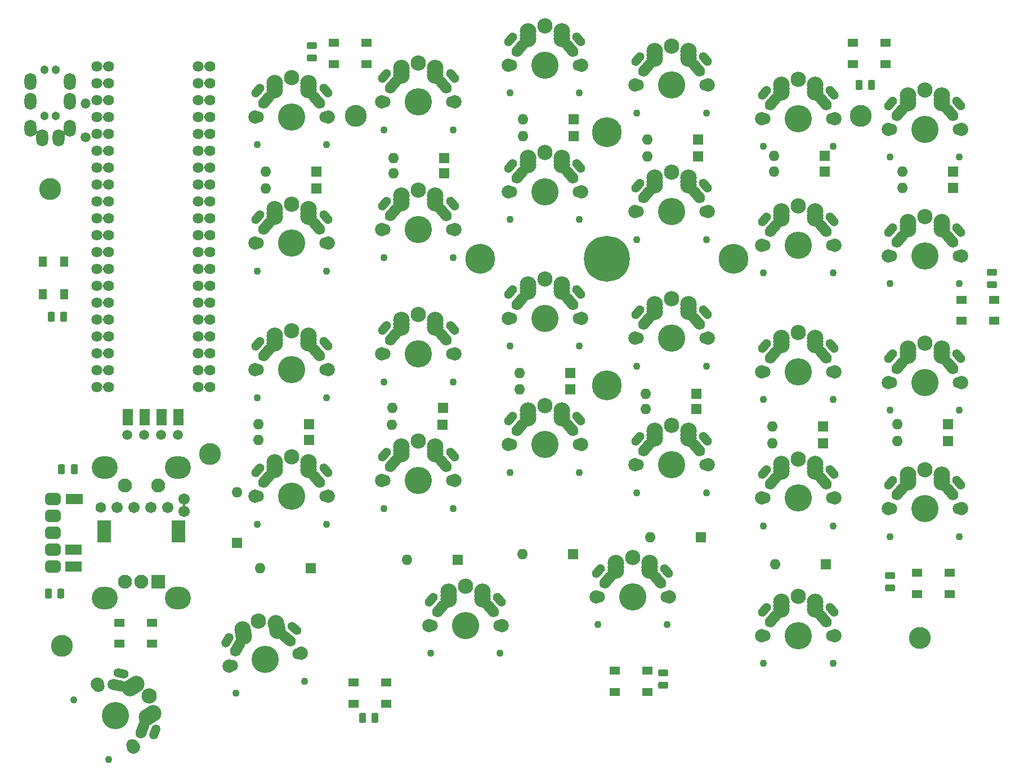
<source format=gbr>
G04 #@! TF.GenerationSoftware,KiCad,Pcbnew,5.99.0-unknown-78b555afa2~127~ubuntu20.04.1*
G04 #@! TF.CreationDate,2021-05-01T17:37:34+01:00*
G04 #@! TF.ProjectId,grandiceps-rev2,6772616e-6469-4636-9570-732d72657632,rev?*
G04 #@! TF.SameCoordinates,Original*
G04 #@! TF.FileFunction,Soldermask,Bot*
G04 #@! TF.FilePolarity,Negative*
%FSLAX46Y46*%
G04 Gerber Fmt 4.6, Leading zero omitted, Abs format (unit mm)*
G04 Created by KiCad (PCBNEW 5.99.0-unknown-78b555afa2~127~ubuntu20.04.1) date 2021-05-01 17:37:34*
%MOMM*%
%LPD*%
G01*
G04 APERTURE LIST*
G04 Aperture macros list*
%AMRoundRect*
0 Rectangle with rounded corners*
0 $1 Rounding radius*
0 $2 $3 $4 $5 $6 $7 $8 $9 X,Y pos of 4 corners*
0 Add a 4 corners polygon primitive as box body*
4,1,4,$2,$3,$4,$5,$6,$7,$8,$9,$2,$3,0*
0 Add four circle primitives for the rounded corners*
1,1,$1+$1,$2,$3*
1,1,$1+$1,$4,$5*
1,1,$1+$1,$6,$7*
1,1,$1+$1,$8,$9*
0 Add four rect primitives between the rounded corners*
20,1,$1+$1,$2,$3,$4,$5,0*
20,1,$1+$1,$4,$5,$6,$7,0*
20,1,$1+$1,$6,$7,$8,$9,0*
20,1,$1+$1,$8,$9,$2,$3,0*%
%AMHorizOval*
0 Thick line with rounded ends*
0 $1 width*
0 $2 $3 position (X,Y) of the first rounded end (center of the circle)*
0 $4 $5 position (X,Y) of the second rounded end (center of the circle)*
0 Add line between two ends*
20,1,$1,$2,$3,$4,$5,0*
0 Add two circle primitives to create the rounded ends*
1,1,$1,$2,$3*
1,1,$1,$4,$5*%
G04 Aperture macros list end*
%ADD10C,1.702000*%
%ADD11C,1.602000*%
%ADD12RoundRect,0.051000X1.000000X-1.000000X1.000000X1.000000X-1.000000X1.000000X-1.000000X-1.000000X0*%
%ADD13C,2.102000*%
%ADD14RoundRect,0.051000X1.000000X-1.600000X1.000000X1.600000X-1.000000X1.600000X-1.000000X-1.600000X0*%
%ADD15C,1.626000*%
%ADD16C,1.502000*%
%ADD17O,1.502000X1.502000*%
%ADD18C,6.902000*%
%ADD19C,4.502000*%
%ADD20RoundRect,0.450500X0.700500X0.450500X-0.700500X0.450500X-0.700500X-0.450500X0.700500X-0.450500X0*%
%ADD21RoundRect,0.450500X-0.700500X0.450500X-0.700500X-0.450500X0.700500X-0.450500X0.700500X0.450500X0*%
%ADD22O,3.902000X3.402000*%
%ADD23C,1.499000*%
%ADD24RoundRect,0.269250X0.269250X0.481750X-0.269250X0.481750X-0.269250X-0.481750X0.269250X-0.481750X0*%
%ADD25RoundRect,0.269250X-0.481750X0.269250X-0.481750X-0.269250X0.481750X-0.269250X0.481750X0.269250X0*%
%ADD26RoundRect,0.269250X0.481750X-0.269250X0.481750X0.269250X-0.481750X0.269250X-0.481750X-0.269250X0*%
%ADD27RoundRect,0.051000X0.750000X0.750000X-0.750000X0.750000X-0.750000X-0.750000X0.750000X-0.750000X0*%
%ADD28O,1.602000X1.602000*%
%ADD29RoundRect,0.051000X0.750000X-0.750000X0.750000X0.750000X-0.750000X0.750000X-0.750000X-0.750000X0*%
%ADD30RoundRect,0.051000X0.500000X-0.750000X0.500000X0.750000X-0.500000X0.750000X-0.500000X-0.750000X0*%
%ADD31RoundRect,0.051000X0.750000X0.500000X-0.750000X0.500000X-0.750000X-0.500000X0.750000X-0.500000X0*%
%ADD32RoundRect,0.051000X-0.750000X-0.500000X0.750000X-0.500000X0.750000X0.500000X-0.750000X0.500000X0*%
%ADD33C,3.302000*%
%ADD34C,1.102000*%
%ADD35C,2.002000*%
%ADD36C,1.802000*%
%ADD37C,4.102000*%
%ADD38HorizOval,1.352000X-0.305324X-0.363871X0.305324X0.363871X0*%
%ADD39HorizOval,1.652000X-0.401742X0.478778X0.401742X-0.478778X0*%
%ADD40HorizOval,1.352000X-0.305324X0.363871X0.305324X-0.363871X0*%
%ADD41C,2.502000*%
%ADD42HorizOval,1.652000X-0.401742X-0.478778X0.401742X0.478778X0*%
%ADD43C,2.302000*%
%ADD44HorizOval,1.652000X0.213763X0.587308X-0.213763X-0.587308X0*%
%ADD45HorizOval,1.352000X0.162460X0.446354X-0.162460X-0.446354X0*%
%ADD46HorizOval,1.352000X-0.467784X0.082483X0.467784X-0.082483X0*%
%ADD47HorizOval,1.652000X-0.615505X0.108530X0.615505X-0.108530X0*%
%ADD48HorizOval,1.352000X-0.363871X0.305324X0.363871X-0.305324X0*%
%ADD49HorizOval,1.352000X-0.237500X-0.411362X0.237500X0.411362X0*%
%ADD50HorizOval,1.652000X-0.478778X0.401742X0.478778X-0.401742X0*%
%ADD51HorizOval,1.652000X-0.312500X-0.541266X0.312500X0.541266X0*%
%ADD52C,1.302000*%
%ADD53O,1.802000X2.602000*%
%ADD54RoundRect,0.051000X-0.750000X0.500000X-0.750000X-0.500000X0.750000X-0.500000X0.750000X0.500000X0*%
%ADD55RoundRect,0.051000X-0.500000X-0.750000X0.500000X-0.750000X0.500000X0.750000X-0.500000X0.750000X0*%
G04 APERTURE END LIST*
D10*
X113875000Y-112300000D03*
X113875000Y-114150000D03*
X111485000Y-113525000D03*
X108945000Y-113525000D03*
X106405000Y-113525000D03*
X103865000Y-113525000D03*
D11*
X101375000Y-113525000D03*
D12*
X109982000Y-124714000D03*
D13*
X104982000Y-124714000D03*
X107482000Y-124714000D03*
D14*
X101882000Y-117214000D03*
X113082000Y-117214000D03*
D13*
X104982000Y-110214000D03*
X109982000Y-110214000D03*
D15*
X100813000Y-47167800D03*
X117831000Y-47167800D03*
X117831000Y-49707800D03*
X100813000Y-49707800D03*
X100813000Y-52247800D03*
X117831000Y-52247800D03*
X100813000Y-54787800D03*
X117831000Y-54787800D03*
X117831000Y-57327800D03*
X100813000Y-57327800D03*
X117831000Y-59867800D03*
X100813000Y-59867800D03*
X117831000Y-62407800D03*
X100813000Y-62407800D03*
X117831000Y-64947800D03*
X100813000Y-64947800D03*
X117831000Y-67487800D03*
X100813000Y-67487800D03*
X117831000Y-70027800D03*
X100813000Y-70027800D03*
X100813000Y-72567800D03*
X117831000Y-72567800D03*
X100813000Y-75107800D03*
X117831000Y-75107800D03*
X117831000Y-77647800D03*
X100813000Y-77647800D03*
X100813000Y-80187800D03*
X117831000Y-80187800D03*
X100813000Y-82727800D03*
X117831000Y-82727800D03*
X117831000Y-85267800D03*
X100813000Y-85267800D03*
X117831000Y-87807800D03*
X100813000Y-87807800D03*
X117831000Y-90347800D03*
X100813000Y-90347800D03*
X100813000Y-92887800D03*
X117831000Y-92887800D03*
X100813000Y-95427800D03*
X117831000Y-95427800D03*
X116053000Y-95427800D03*
X102591000Y-95427800D03*
X116053000Y-92887800D03*
X102591000Y-92887800D03*
X102591000Y-90347800D03*
X116053000Y-90347800D03*
X116053000Y-87807800D03*
X102591000Y-87807800D03*
X116053000Y-85267800D03*
X102591000Y-85267800D03*
X102591000Y-82727800D03*
X116053000Y-82727800D03*
X102591000Y-80187800D03*
X116053000Y-80187800D03*
X102591000Y-77647800D03*
X116053000Y-77647800D03*
X116053000Y-75107800D03*
X102591000Y-75107800D03*
X102591000Y-72567800D03*
X116053000Y-72567800D03*
X116053000Y-70027800D03*
X102591000Y-70027800D03*
X102591000Y-67487800D03*
X116053000Y-67487800D03*
X116053000Y-64947800D03*
X102591000Y-64947800D03*
X102591000Y-62407800D03*
X116053000Y-62407800D03*
X102591000Y-59867800D03*
X116053000Y-59867800D03*
X116053000Y-57327800D03*
X102591000Y-57327800D03*
X102591000Y-54787800D03*
X116053000Y-54787800D03*
X102591000Y-52247800D03*
X116053000Y-52247800D03*
X116053000Y-49707800D03*
X102591000Y-49707800D03*
X116053000Y-47167800D03*
X102591000Y-47167800D03*
D16*
X99060000Y-57861200D03*
D17*
X99060000Y-52781200D03*
D18*
X177450000Y-76150000D03*
D19*
X177450000Y-57100000D03*
X177450000Y-95200000D03*
X196500000Y-76150000D03*
X158400000Y-76150000D03*
D20*
X94168000Y-122428000D03*
D21*
X94168000Y-119888000D03*
X94168000Y-117348000D03*
X94168000Y-114808000D03*
X94168000Y-112268000D03*
D22*
X101942000Y-107548000D03*
X112942000Y-107548000D03*
X112942000Y-127148000D03*
X101942000Y-127148000D03*
D23*
X105335000Y-102616000D03*
X107875000Y-102616000D03*
X110415000Y-102616000D03*
X112955000Y-102616000D03*
D24*
X142587500Y-145250000D03*
X140712500Y-145250000D03*
X97362500Y-107825000D03*
X95487500Y-107825000D03*
D25*
X185925000Y-138437500D03*
X185925000Y-140312500D03*
D26*
X133121400Y-45948600D03*
X133121400Y-44073600D03*
D24*
X95758000Y-84836000D03*
X93883000Y-84836000D03*
D25*
X220100000Y-123812500D03*
X220100000Y-125687500D03*
D27*
X229591000Y-63042800D03*
D28*
X221971000Y-63042800D03*
D27*
X210287000Y-60629800D03*
D28*
X202667000Y-60629800D03*
D27*
X191237000Y-58216800D03*
D28*
X183617000Y-58216800D03*
D27*
X172475000Y-55175000D03*
D28*
X164855000Y-55175000D03*
D27*
X153010000Y-61010800D03*
D28*
X145390000Y-61010800D03*
D27*
X155042000Y-121463000D03*
D28*
X147422000Y-121463000D03*
D27*
X132944000Y-122733000D03*
D28*
X125324000Y-122733000D03*
D29*
X121895000Y-118923000D03*
D28*
X121895000Y-111303000D03*
D30*
X95834000Y-81444000D03*
X92634000Y-81444000D03*
X92634000Y-76544000D03*
X95834000Y-76544000D03*
D27*
X229591000Y-65455800D03*
D28*
X221971000Y-65455800D03*
D31*
X109075000Y-130875000D03*
X109075000Y-134075000D03*
X104175000Y-134075000D03*
X104175000Y-130875000D03*
D27*
X210287000Y-63042800D03*
D28*
X202667000Y-63042800D03*
D27*
X191237000Y-60756800D03*
D28*
X183617000Y-60756800D03*
D27*
X172475000Y-57715000D03*
D28*
X164855000Y-57715000D03*
D27*
X153010000Y-63296800D03*
D28*
X145390000Y-63296800D03*
D27*
X133833000Y-65582800D03*
D28*
X126213000Y-65582800D03*
D27*
X228829000Y-101016000D03*
D28*
X221209000Y-101016000D03*
D27*
X209975000Y-101325000D03*
D28*
X202355000Y-101325000D03*
D27*
X190983000Y-96443800D03*
D28*
X183363000Y-96443800D03*
D27*
X172025000Y-93350000D03*
D28*
X164405000Y-93350000D03*
D27*
X152883000Y-98602800D03*
D28*
X145263000Y-98602800D03*
D27*
X132690000Y-101016000D03*
D28*
X125070000Y-101016000D03*
D31*
X144325000Y-139875000D03*
X144325000Y-143075000D03*
X139425000Y-143075000D03*
X139425000Y-139875000D03*
X183600000Y-138100000D03*
X183600000Y-141300000D03*
X178700000Y-141300000D03*
X178700000Y-138100000D03*
D27*
X228829000Y-103556000D03*
D28*
X221209000Y-103556000D03*
D27*
X209975000Y-103865200D03*
D28*
X202355000Y-103865200D03*
D27*
X190983000Y-98729800D03*
D28*
X183363000Y-98729800D03*
D27*
X172025000Y-95763000D03*
D28*
X164405000Y-95763000D03*
D27*
X152756000Y-101143000D03*
D28*
X145136000Y-101143000D03*
D27*
X132690000Y-103429000D03*
D28*
X125070000Y-103429000D03*
D27*
X210414000Y-122098000D03*
D28*
X202794000Y-122098000D03*
D27*
X191618000Y-118034000D03*
D28*
X183998000Y-118034000D03*
D27*
X172441000Y-120574000D03*
D28*
X164821000Y-120574000D03*
D31*
X219365600Y-43612900D03*
X219365600Y-46812900D03*
X214465600Y-46812900D03*
X214465600Y-43612900D03*
D32*
X136463800Y-46831000D03*
X136463800Y-43631000D03*
X141363800Y-43631000D03*
X141363800Y-46831000D03*
D33*
X215646000Y-54610000D03*
X117831000Y-105537000D03*
X95504000Y-134366000D03*
X224561000Y-133198000D03*
X139700000Y-54610000D03*
X93776600Y-65608200D03*
D24*
X95347000Y-126492000D03*
X93472000Y-126492000D03*
D31*
X235750000Y-82275000D03*
X235750000Y-85475000D03*
X230850000Y-85475000D03*
X230850000Y-82275000D03*
D34*
X230518000Y-79882000D03*
D35*
X219798000Y-75682000D03*
X230798000Y-75682000D03*
D36*
X230378000Y-75682000D03*
D34*
X220078000Y-79882000D03*
D36*
X220218000Y-75682000D03*
D37*
X225298000Y-75682000D03*
D38*
X220198000Y-71782000D03*
D39*
X229108000Y-73142000D03*
D40*
X230398000Y-71782000D03*
D41*
X227838000Y-71682000D03*
X227838000Y-70602000D03*
X227838000Y-71182000D03*
D42*
X221488000Y-73142000D03*
D41*
X222758000Y-71182000D03*
X222758000Y-71682000D03*
D43*
X225298000Y-69782000D03*
D41*
X222758000Y-70602000D03*
D36*
X211353000Y-55039800D03*
D34*
X211493000Y-59239800D03*
D35*
X200773000Y-55039800D03*
D36*
X201193000Y-55039800D03*
D35*
X211773000Y-55039800D03*
D37*
X206273000Y-55039800D03*
D34*
X201053000Y-59239800D03*
D40*
X211373000Y-51139800D03*
D41*
X208813000Y-51039800D03*
D39*
X210083000Y-52499800D03*
D41*
X208813000Y-50539800D03*
D38*
X201173000Y-51139800D03*
D41*
X208813000Y-49959800D03*
X203733000Y-50539800D03*
X203733000Y-51039800D03*
D43*
X206273000Y-49139800D03*
D42*
X202463000Y-52499800D03*
D41*
X203733000Y-49959800D03*
D35*
X143653000Y-109498000D03*
X154653000Y-109498000D03*
D34*
X154373000Y-113698000D03*
D36*
X154233000Y-109498000D03*
D34*
X143933000Y-113698000D03*
D37*
X149153000Y-109498000D03*
D36*
X144073000Y-109498000D03*
D38*
X144053000Y-105598000D03*
D39*
X152963000Y-106958000D03*
D40*
X154253000Y-105598000D03*
D41*
X151693000Y-104998000D03*
X151693000Y-104418000D03*
X151693000Y-105498000D03*
D42*
X145343000Y-106958000D03*
D41*
X146613000Y-105498000D03*
X146613000Y-104418000D03*
X146613000Y-104998000D03*
D43*
X149153000Y-103598000D03*
D35*
X135613000Y-111878000D03*
D36*
X125033000Y-111878000D03*
D34*
X135333000Y-116078000D03*
D36*
X135193000Y-111878000D03*
D35*
X124613000Y-111878000D03*
D37*
X130113000Y-111878000D03*
D34*
X124893000Y-116078000D03*
D39*
X133923000Y-109338000D03*
D41*
X132653000Y-107378000D03*
D40*
X135213000Y-107978000D03*
D41*
X132653000Y-106798000D03*
X132653000Y-107878000D03*
D38*
X125013000Y-107978000D03*
D41*
X127573000Y-107878000D03*
D43*
X130113000Y-105978000D03*
D41*
X127573000Y-107378000D03*
D42*
X126303000Y-109338000D03*
D41*
X127573000Y-106798000D03*
D34*
X162928000Y-108310200D03*
D35*
X162648000Y-104110200D03*
D37*
X168148000Y-104110200D03*
D34*
X173368000Y-108310200D03*
D35*
X173648000Y-104110200D03*
D36*
X163068000Y-104110200D03*
X173228000Y-104110200D03*
D40*
X173248000Y-100210200D03*
D38*
X163048000Y-100210200D03*
D41*
X170688000Y-99610200D03*
D39*
X171958000Y-101570200D03*
D41*
X170688000Y-100110200D03*
X170688000Y-99030200D03*
X165608000Y-100110200D03*
D42*
X164338000Y-101570200D03*
D41*
X165608000Y-99030200D03*
D43*
X168148000Y-98210200D03*
D41*
X165608000Y-99610200D03*
D36*
X125033000Y-54757800D03*
D34*
X124893000Y-58957800D03*
D35*
X124613000Y-54757800D03*
X135613000Y-54757800D03*
D34*
X135333000Y-58957800D03*
D37*
X130113000Y-54757800D03*
D36*
X135193000Y-54757800D03*
D40*
X135213000Y-50857800D03*
D41*
X132653000Y-50257800D03*
X132653000Y-49677800D03*
X132653000Y-50757800D03*
D38*
X125013000Y-50857800D03*
D39*
X133923000Y-52217800D03*
D41*
X127573000Y-50257800D03*
X127573000Y-49677800D03*
X127573000Y-50757800D03*
D42*
X126303000Y-52217800D03*
D43*
X130113000Y-48857800D03*
D34*
X201053000Y-137042000D03*
D35*
X211773000Y-132842000D03*
D37*
X206273000Y-132842000D03*
D35*
X200773000Y-132842000D03*
D36*
X201193000Y-132842000D03*
D34*
X211493000Y-137042000D03*
D36*
X211353000Y-132842000D03*
D41*
X208813000Y-128342000D03*
X208813000Y-127762000D03*
D40*
X211373000Y-128942000D03*
D38*
X201173000Y-128942000D03*
D39*
X210083000Y-130302000D03*
D41*
X208813000Y-128842000D03*
X203733000Y-127762000D03*
X203733000Y-128342000D03*
D42*
X202463000Y-130302000D03*
D41*
X203733000Y-128842000D03*
D43*
X206273000Y-126942000D03*
D36*
X144073000Y-52537800D03*
D37*
X149153000Y-52537800D03*
D34*
X143933000Y-56737800D03*
D35*
X143653000Y-52537800D03*
X154653000Y-52537800D03*
D34*
X154373000Y-56737800D03*
D36*
X154233000Y-52537800D03*
D41*
X151693000Y-48537800D03*
D40*
X154253000Y-48637800D03*
D41*
X151693000Y-47457800D03*
D39*
X152963000Y-49997800D03*
D41*
X151693000Y-48037800D03*
D38*
X144053000Y-48637800D03*
D41*
X146613000Y-48537800D03*
D42*
X145343000Y-49997800D03*
D41*
X146613000Y-47457800D03*
X146613000Y-48037800D03*
D43*
X149153000Y-46637800D03*
D34*
X182013000Y-111318000D03*
D36*
X192313000Y-107118000D03*
D34*
X192453000Y-111318000D03*
D35*
X192733000Y-107118000D03*
D37*
X187233000Y-107118000D03*
D36*
X182153000Y-107118000D03*
D35*
X181733000Y-107118000D03*
D41*
X189773000Y-103118000D03*
D39*
X191043000Y-104578000D03*
D41*
X189773000Y-102038000D03*
X189773000Y-102618000D03*
D40*
X192333000Y-103218000D03*
D38*
X182133000Y-103218000D03*
D41*
X184693000Y-103118000D03*
D42*
X183423000Y-104578000D03*
D43*
X187233000Y-101218000D03*
D41*
X184693000Y-102618000D03*
X184693000Y-102038000D03*
D34*
X135333000Y-77997800D03*
D35*
X124613000Y-73797800D03*
D34*
X124893000Y-77997800D03*
D36*
X135193000Y-73797800D03*
D37*
X130113000Y-73797800D03*
D35*
X135613000Y-73797800D03*
D36*
X125033000Y-73797800D03*
D41*
X132653000Y-69797800D03*
D39*
X133923000Y-71257800D03*
D38*
X125013000Y-69897800D03*
D41*
X132653000Y-68717800D03*
D40*
X135213000Y-69897800D03*
D41*
X132653000Y-69297800D03*
X127573000Y-69797800D03*
D42*
X126303000Y-71257800D03*
D41*
X127573000Y-69297800D03*
X127573000Y-68717800D03*
D43*
X130113000Y-67897800D03*
D34*
X150990000Y-135518000D03*
D36*
X161290000Y-131318000D03*
D35*
X150710000Y-131318000D03*
D36*
X151130000Y-131318000D03*
D35*
X161710000Y-131318000D03*
D34*
X161430000Y-135518000D03*
D37*
X156210000Y-131318000D03*
D39*
X160020000Y-128778000D03*
D41*
X158750000Y-126818000D03*
D40*
X161310000Y-127418000D03*
D41*
X158750000Y-126238000D03*
X158750000Y-127318000D03*
D38*
X151110000Y-127418000D03*
D42*
X152400000Y-128778000D03*
D43*
X156210000Y-125418000D03*
D41*
X153670000Y-126238000D03*
X153670000Y-126818000D03*
X153670000Y-127318000D03*
D35*
X100825000Y-140136860D03*
D34*
X97327693Y-142479347D03*
D36*
X101035000Y-140500591D03*
X106115000Y-149299409D03*
D35*
X106325000Y-149663140D03*
D34*
X102547693Y-151520653D03*
D37*
X103575000Y-144900000D03*
D44*
X107679705Y-146929557D03*
D41*
X109244409Y-144559705D03*
X108309102Y-145099705D03*
D45*
X109502499Y-147366730D03*
D46*
X104402499Y-138533270D03*
D41*
X108742114Y-144849705D03*
X106202114Y-140450295D03*
X105769102Y-140700295D03*
D43*
X108684550Y-141950000D03*
D47*
X103869705Y-140330443D03*
D41*
X106704409Y-140160295D03*
D34*
X121701826Y-141502436D03*
D37*
X126113200Y-136459800D03*
D34*
X131983219Y-139689549D03*
D35*
X120696757Y-137414865D03*
D36*
X131116023Y-135577667D03*
D35*
X131529643Y-135504735D03*
D36*
X121110377Y-137341933D03*
D48*
X130458492Y-131733444D03*
D41*
X127732479Y-131015910D03*
D49*
X120413453Y-133504655D03*
D50*
X129424251Y-133296789D03*
D41*
X127920019Y-132079503D03*
X127833195Y-131587099D03*
X122830372Y-132469231D03*
X122729656Y-131898043D03*
D51*
X121920016Y-134619988D03*
D43*
X125088676Y-130649434D03*
D41*
X122917196Y-132961635D03*
D36*
X230378000Y-94722000D03*
D34*
X220078000Y-98922000D03*
X230518000Y-98922000D03*
D35*
X230798000Y-94722000D03*
D37*
X225298000Y-94722000D03*
D36*
X220218000Y-94722000D03*
D35*
X219798000Y-94722000D03*
D41*
X227838000Y-90722000D03*
X227838000Y-90222000D03*
D38*
X220198000Y-90822000D03*
D41*
X227838000Y-89642000D03*
D40*
X230398000Y-90822000D03*
D39*
X229108000Y-92182000D03*
D42*
X221488000Y-92182000D03*
D43*
X225298000Y-88822000D03*
D41*
X222758000Y-90722000D03*
X222758000Y-90222000D03*
X222758000Y-89642000D03*
D34*
X143933000Y-94657800D03*
D36*
X144073000Y-90457800D03*
D35*
X154653000Y-90457800D03*
X143653000Y-90457800D03*
D37*
X149153000Y-90457800D03*
D34*
X154373000Y-94657800D03*
D36*
X154233000Y-90457800D03*
D38*
X144053000Y-86557800D03*
D41*
X151693000Y-85377800D03*
D39*
X152963000Y-87917800D03*
D40*
X154253000Y-86557800D03*
D41*
X151693000Y-86457800D03*
X151693000Y-85957800D03*
D43*
X149153000Y-84557800D03*
D41*
X146613000Y-85377800D03*
X146613000Y-86457800D03*
X146613000Y-85957800D03*
D42*
X145343000Y-87917800D03*
D37*
X168148000Y-66030000D03*
D36*
X163068000Y-66030000D03*
D34*
X173368000Y-70230000D03*
D35*
X162648000Y-66030000D03*
D34*
X162928000Y-70230000D03*
D36*
X173228000Y-66030000D03*
D35*
X173648000Y-66030000D03*
D41*
X170688000Y-60950000D03*
D38*
X163048000Y-62130000D03*
D41*
X170688000Y-62030000D03*
D39*
X171958000Y-63490000D03*
D40*
X173248000Y-62130000D03*
D41*
X170688000Y-61530000D03*
D42*
X164338000Y-63490000D03*
D41*
X165608000Y-62030000D03*
D43*
X168148000Y-60130000D03*
D41*
X165608000Y-60950000D03*
X165608000Y-61530000D03*
D35*
X211773000Y-112160000D03*
D36*
X211353000Y-112160000D03*
D35*
X200773000Y-112160000D03*
D37*
X206273000Y-112160000D03*
D34*
X201053000Y-116360000D03*
X211493000Y-116360000D03*
D36*
X201193000Y-112160000D03*
D39*
X210083000Y-109620000D03*
D40*
X211373000Y-108260000D03*
D41*
X208813000Y-108160000D03*
X208813000Y-107660000D03*
X208813000Y-107080000D03*
D38*
X201173000Y-108260000D03*
D41*
X203733000Y-107660000D03*
X203733000Y-107080000D03*
D42*
X202463000Y-109620000D03*
D43*
X206273000Y-106260000D03*
D41*
X203733000Y-108160000D03*
D36*
X173228000Y-85070000D03*
D35*
X173648000Y-85070000D03*
D37*
X168148000Y-85070000D03*
D36*
X163068000Y-85070000D03*
D34*
X162928000Y-89270000D03*
D35*
X162648000Y-85070000D03*
D34*
X173368000Y-89270000D03*
D41*
X170688000Y-79990000D03*
X170688000Y-81070000D03*
X170688000Y-80570000D03*
D40*
X173248000Y-81170000D03*
D38*
X163048000Y-81170000D03*
D39*
X171958000Y-82530000D03*
D41*
X165608000Y-80570000D03*
D43*
X168148000Y-79170000D03*
D41*
X165608000Y-79990000D03*
X165608000Y-81070000D03*
D42*
X164338000Y-82530000D03*
D36*
X154233000Y-71737800D03*
X144073000Y-71737800D03*
D35*
X143653000Y-71737800D03*
D34*
X143933000Y-75937800D03*
D35*
X154653000Y-71737800D03*
D37*
X149153000Y-71737800D03*
D34*
X154373000Y-75937800D03*
D39*
X152963000Y-69197800D03*
D38*
X144053000Y-67837800D03*
D41*
X151693000Y-66657800D03*
D40*
X154253000Y-67837800D03*
D41*
X151693000Y-67737800D03*
X151693000Y-67237800D03*
X146613000Y-66657800D03*
X146613000Y-67737800D03*
D42*
X145343000Y-69197800D03*
D41*
X146613000Y-67237800D03*
D43*
X149153000Y-65837800D03*
D35*
X192733000Y-69037800D03*
D36*
X182153000Y-69037800D03*
D34*
X182013000Y-73237800D03*
D36*
X192313000Y-69037800D03*
D37*
X187233000Y-69037800D03*
D34*
X192453000Y-73237800D03*
D35*
X181733000Y-69037800D03*
D41*
X189773000Y-63957800D03*
D39*
X191043000Y-66497800D03*
D40*
X192333000Y-65137800D03*
D41*
X189773000Y-64537800D03*
D38*
X182133000Y-65137800D03*
D41*
X189773000Y-65037800D03*
D42*
X183423000Y-66497800D03*
D43*
X187233000Y-63137800D03*
D41*
X184693000Y-65037800D03*
X184693000Y-63957800D03*
X184693000Y-64537800D03*
D34*
X182013000Y-54197800D03*
D36*
X182153000Y-49997800D03*
D35*
X192733000Y-49997800D03*
X181733000Y-49997800D03*
D36*
X192313000Y-49997800D03*
D37*
X187233000Y-49997800D03*
D34*
X192453000Y-54197800D03*
D40*
X192333000Y-46097800D03*
D41*
X189773000Y-45997800D03*
X189773000Y-45497800D03*
X189773000Y-44917800D03*
D39*
X191043000Y-47457800D03*
D38*
X182133000Y-46097800D03*
D41*
X184693000Y-45997800D03*
X184693000Y-45497800D03*
D42*
X183423000Y-47457800D03*
D43*
X187233000Y-44097800D03*
D41*
X184693000Y-44917800D03*
D34*
X135333000Y-97037800D03*
D35*
X135613000Y-92837800D03*
X124613000Y-92837800D03*
D36*
X125033000Y-92837800D03*
D34*
X124893000Y-97037800D03*
D37*
X130113000Y-92837800D03*
D36*
X135193000Y-92837800D03*
D38*
X125013000Y-88937800D03*
D40*
X135213000Y-88937800D03*
D41*
X132653000Y-88837800D03*
D39*
X133923000Y-90297800D03*
D41*
X132653000Y-88337800D03*
X132653000Y-87757800D03*
X127573000Y-87757800D03*
D42*
X126303000Y-90297800D03*
D41*
X127573000Y-88837800D03*
X127573000Y-88337800D03*
D43*
X130113000Y-86937800D03*
D34*
X230518000Y-60842000D03*
D36*
X220218000Y-56642000D03*
D35*
X219798000Y-56642000D03*
D37*
X225298000Y-56642000D03*
D36*
X230378000Y-56642000D03*
D35*
X230798000Y-56642000D03*
D34*
X220078000Y-60842000D03*
D41*
X227838000Y-51562000D03*
X227838000Y-52142000D03*
X227838000Y-52642000D03*
D40*
X230398000Y-52742000D03*
D38*
X220198000Y-52742000D03*
D39*
X229108000Y-54102000D03*
D43*
X225298000Y-50742000D03*
D41*
X222758000Y-51562000D03*
D42*
X221488000Y-54102000D03*
D41*
X222758000Y-52642000D03*
X222758000Y-52142000D03*
D36*
X173228000Y-46990000D03*
D34*
X173368000Y-51190000D03*
D35*
X162648000Y-46990000D03*
D37*
X168148000Y-46990000D03*
D35*
X173648000Y-46990000D03*
D34*
X162928000Y-51190000D03*
D36*
X163068000Y-46990000D03*
D41*
X170688000Y-41910000D03*
D40*
X173248000Y-43090000D03*
D41*
X170688000Y-42490000D03*
D38*
X163048000Y-43090000D03*
D39*
X171958000Y-44450000D03*
D41*
X170688000Y-42990000D03*
X165608000Y-41910000D03*
X165608000Y-42490000D03*
D42*
X164338000Y-44450000D03*
D43*
X168148000Y-41090000D03*
D41*
X165608000Y-42990000D03*
D36*
X201193000Y-93119800D03*
D34*
X211493000Y-97319800D03*
X201053000Y-97319800D03*
D35*
X211773000Y-93119800D03*
X200773000Y-93119800D03*
D36*
X211353000Y-93119800D03*
D37*
X206273000Y-93119800D03*
D40*
X211373000Y-89219800D03*
D38*
X201173000Y-89219800D03*
D41*
X208813000Y-89119800D03*
X208813000Y-88039800D03*
X208813000Y-88619800D03*
D39*
X210083000Y-90579800D03*
D41*
X203733000Y-88619800D03*
D43*
X206273000Y-87219800D03*
D42*
X202463000Y-90579800D03*
D41*
X203733000Y-89119800D03*
X203733000Y-88039800D03*
D37*
X187233000Y-88077800D03*
D35*
X181733000Y-88077800D03*
X192733000Y-88077800D03*
D36*
X182153000Y-88077800D03*
D34*
X182013000Y-92277800D03*
D36*
X192313000Y-88077800D03*
D34*
X192453000Y-92277800D03*
D41*
X189773000Y-84077800D03*
X189773000Y-83577800D03*
X189773000Y-82997800D03*
D38*
X182133000Y-84177800D03*
D39*
X191043000Y-85537800D03*
D40*
X192333000Y-84177800D03*
D41*
X184693000Y-84077800D03*
X184693000Y-82997800D03*
D42*
X183423000Y-85537800D03*
D41*
X184693000Y-83577800D03*
D43*
X187233000Y-82177800D03*
D34*
X186576000Y-131200000D03*
X176136000Y-131200000D03*
D36*
X176276000Y-127000000D03*
X186436000Y-127000000D03*
D35*
X186856000Y-127000000D03*
D37*
X181356000Y-127000000D03*
D35*
X175856000Y-127000000D03*
D39*
X185166000Y-124460000D03*
D41*
X183896000Y-122500000D03*
X183896000Y-123000000D03*
X183896000Y-121920000D03*
D40*
X186456000Y-123100000D03*
D38*
X176256000Y-123100000D03*
D41*
X178816000Y-121920000D03*
X178816000Y-123000000D03*
X178816000Y-122500000D03*
D42*
X177546000Y-124460000D03*
D43*
X181356000Y-121100000D03*
D35*
X211773000Y-74079800D03*
D36*
X201193000Y-74079800D03*
D35*
X200773000Y-74079800D03*
D34*
X211493000Y-78279800D03*
X201053000Y-78279800D03*
D37*
X206273000Y-74079800D03*
D36*
X211353000Y-74079800D03*
D41*
X208813000Y-68999800D03*
D39*
X210083000Y-71539800D03*
D41*
X208813000Y-70079800D03*
D38*
X201173000Y-70179800D03*
D40*
X211373000Y-70179800D03*
D41*
X208813000Y-69579800D03*
D42*
X202463000Y-71539800D03*
D41*
X203733000Y-70079800D03*
D43*
X206273000Y-68179800D03*
D41*
X203733000Y-68999800D03*
X203733000Y-69579800D03*
D35*
X230798000Y-113762200D03*
D34*
X230518000Y-117962200D03*
D36*
X220218000Y-113762200D03*
D35*
X219798000Y-113762200D03*
D36*
X230378000Y-113762200D03*
D37*
X225298000Y-113762200D03*
D34*
X220078000Y-117962200D03*
D41*
X227838000Y-108682200D03*
X227838000Y-109262200D03*
D38*
X220198000Y-109862200D03*
D41*
X227838000Y-109762200D03*
D40*
X230398000Y-109862200D03*
D39*
X229108000Y-111222200D03*
D41*
X222758000Y-109262200D03*
X222758000Y-108682200D03*
X222758000Y-109762200D03*
D42*
X221488000Y-111222200D03*
D43*
X225298000Y-107862200D03*
D27*
X133833000Y-63042800D03*
D28*
X126213000Y-63042800D03*
D31*
X229018000Y-123368000D03*
X229018000Y-126568000D03*
X224118000Y-126568000D03*
X224118000Y-123368000D03*
D24*
X217317500Y-49936400D03*
X215442500Y-49936400D03*
D26*
X235375000Y-80062500D03*
X235375000Y-78187500D03*
D52*
X94637600Y-47651800D03*
X94637600Y-54651800D03*
X92887600Y-54651800D03*
X92887600Y-47651800D03*
D53*
X92537600Y-57951800D03*
X94987600Y-57951800D03*
X96737600Y-49451800D03*
X90787600Y-49451800D03*
X90787600Y-52451800D03*
X96737600Y-52451800D03*
X90787600Y-56451800D03*
X96737600Y-56451800D03*
D54*
X113030000Y-99314000D03*
X113030000Y-100614000D03*
D55*
X96744000Y-112268000D03*
X98044000Y-112268000D03*
D54*
X107950000Y-99314000D03*
X107950000Y-100614000D03*
X105410000Y-99314000D03*
X105410000Y-100614000D03*
D55*
X96632000Y-119888000D03*
X97932000Y-119888000D03*
D54*
X110490000Y-99314000D03*
X110490000Y-100614000D03*
D55*
X96632000Y-122428000D03*
X97932000Y-122428000D03*
G36*
X97181267Y-121661301D02*
G01*
X97232946Y-121704489D01*
X97301661Y-121713120D01*
X97364291Y-121683156D01*
X97382348Y-121662318D01*
X97384238Y-121661664D01*
X97385749Y-121662974D01*
X97385821Y-121664018D01*
X97383000Y-121678199D01*
X97383000Y-123177801D01*
X97385978Y-123192774D01*
X97385335Y-123194668D01*
X97383373Y-123195058D01*
X97382733Y-123194699D01*
X97331054Y-123151511D01*
X97262339Y-123142880D01*
X97199709Y-123172844D01*
X97181652Y-123193682D01*
X97179762Y-123194336D01*
X97178251Y-123193026D01*
X97178179Y-123191982D01*
X97181000Y-123177801D01*
X97181000Y-121678199D01*
X97178022Y-121663226D01*
X97178665Y-121661332D01*
X97180627Y-121660942D01*
X97181267Y-121661301D01*
G37*
G36*
X97181267Y-119121301D02*
G01*
X97232946Y-119164489D01*
X97301661Y-119173120D01*
X97364291Y-119143156D01*
X97382348Y-119122318D01*
X97384238Y-119121664D01*
X97385749Y-119122974D01*
X97385821Y-119124018D01*
X97383000Y-119138199D01*
X97383000Y-120637801D01*
X97385978Y-120652774D01*
X97385335Y-120654668D01*
X97383373Y-120655058D01*
X97382733Y-120654699D01*
X97331054Y-120611511D01*
X97262339Y-120602880D01*
X97199709Y-120632844D01*
X97181652Y-120653682D01*
X97179762Y-120654336D01*
X97178251Y-120653026D01*
X97178179Y-120651982D01*
X97181000Y-120637801D01*
X97181000Y-119138199D01*
X97178022Y-119123226D01*
X97178665Y-119121332D01*
X97180627Y-119120942D01*
X97181267Y-119121301D01*
G37*
G36*
X114214979Y-113074360D02*
G01*
X114215709Y-113076222D01*
X114214601Y-113077724D01*
X114166708Y-113100876D01*
X114166329Y-113101014D01*
X114146960Y-113105915D01*
X114087069Y-113141284D01*
X114055941Y-113203154D01*
X114063202Y-113272029D01*
X114106623Y-113326137D01*
X114146025Y-113344298D01*
X114171917Y-113351042D01*
X114172296Y-113351182D01*
X114220023Y-113374666D01*
X114221136Y-113376328D01*
X114220253Y-113378123D01*
X114218397Y-113378318D01*
X114103309Y-113332286D01*
X113922391Y-113302335D01*
X113739263Y-113311933D01*
X113616900Y-113345637D01*
X113614965Y-113345133D01*
X113614434Y-113343205D01*
X113615678Y-113341832D01*
X113618778Y-113340691D01*
X113674643Y-113299257D01*
X113699136Y-113234471D01*
X113684714Y-113166732D01*
X113635800Y-113117381D01*
X113619788Y-113110001D01*
X113610042Y-113106337D01*
X113608773Y-113104792D01*
X113609477Y-113102919D01*
X113611291Y-113102541D01*
X113733416Y-113137100D01*
X113916472Y-113147975D01*
X114097594Y-113119288D01*
X114213001Y-113074061D01*
X114214979Y-113074360D01*
G37*
G36*
X97293267Y-111501301D02*
G01*
X97344946Y-111544489D01*
X97413661Y-111553120D01*
X97476291Y-111523156D01*
X97494348Y-111502318D01*
X97496238Y-111501664D01*
X97497749Y-111502974D01*
X97497821Y-111504018D01*
X97495000Y-111518199D01*
X97495000Y-113017801D01*
X97497978Y-113032774D01*
X97497335Y-113034668D01*
X97495373Y-113035058D01*
X97494733Y-113034699D01*
X97443054Y-112991511D01*
X97374339Y-112982880D01*
X97311709Y-113012844D01*
X97293652Y-113033682D01*
X97291762Y-113034336D01*
X97290251Y-113033026D01*
X97290179Y-113031982D01*
X97293000Y-113017801D01*
X97293000Y-111518199D01*
X97290022Y-111503226D01*
X97290665Y-111501332D01*
X97292627Y-111500942D01*
X97293267Y-111501301D01*
G37*
G36*
X111256668Y-99860665D02*
G01*
X111257058Y-99862627D01*
X111256699Y-99863267D01*
X111213511Y-99914946D01*
X111204880Y-99983661D01*
X111234844Y-100046291D01*
X111255682Y-100064348D01*
X111256336Y-100066238D01*
X111255026Y-100067749D01*
X111253982Y-100067821D01*
X111239801Y-100065000D01*
X109740199Y-100065000D01*
X109725226Y-100067978D01*
X109723332Y-100067335D01*
X109722942Y-100065373D01*
X109723301Y-100064733D01*
X109766489Y-100013054D01*
X109775120Y-99944339D01*
X109745156Y-99881709D01*
X109724318Y-99863652D01*
X109723664Y-99861762D01*
X109724974Y-99860251D01*
X109726018Y-99860179D01*
X109740199Y-99863000D01*
X111239801Y-99863000D01*
X111254774Y-99860022D01*
X111256668Y-99860665D01*
G37*
G36*
X113796668Y-99860665D02*
G01*
X113797058Y-99862627D01*
X113796699Y-99863267D01*
X113753511Y-99914946D01*
X113744880Y-99983661D01*
X113774844Y-100046291D01*
X113795682Y-100064348D01*
X113796336Y-100066238D01*
X113795026Y-100067749D01*
X113793982Y-100067821D01*
X113779801Y-100065000D01*
X112280199Y-100065000D01*
X112265226Y-100067978D01*
X112263332Y-100067335D01*
X112262942Y-100065373D01*
X112263301Y-100064733D01*
X112306489Y-100013054D01*
X112315120Y-99944339D01*
X112285156Y-99881709D01*
X112264318Y-99863652D01*
X112263664Y-99861762D01*
X112264974Y-99860251D01*
X112266018Y-99860179D01*
X112280199Y-99863000D01*
X113779801Y-99863000D01*
X113794774Y-99860022D01*
X113796668Y-99860665D01*
G37*
G36*
X108716668Y-99860665D02*
G01*
X108717058Y-99862627D01*
X108716699Y-99863267D01*
X108673511Y-99914946D01*
X108664880Y-99983661D01*
X108694844Y-100046291D01*
X108715682Y-100064348D01*
X108716336Y-100066238D01*
X108715026Y-100067749D01*
X108713982Y-100067821D01*
X108699801Y-100065000D01*
X107200199Y-100065000D01*
X107185226Y-100067978D01*
X107183332Y-100067335D01*
X107182942Y-100065373D01*
X107183301Y-100064733D01*
X107226489Y-100013054D01*
X107235120Y-99944339D01*
X107205156Y-99881709D01*
X107184318Y-99863652D01*
X107183664Y-99861762D01*
X107184974Y-99860251D01*
X107186018Y-99860179D01*
X107200199Y-99863000D01*
X108699801Y-99863000D01*
X108714774Y-99860022D01*
X108716668Y-99860665D01*
G37*
G36*
X106176668Y-99860665D02*
G01*
X106177058Y-99862627D01*
X106176699Y-99863267D01*
X106133511Y-99914946D01*
X106124880Y-99983661D01*
X106154844Y-100046291D01*
X106175682Y-100064348D01*
X106176336Y-100066238D01*
X106175026Y-100067749D01*
X106173982Y-100067821D01*
X106159801Y-100065000D01*
X104660199Y-100065000D01*
X104645226Y-100067978D01*
X104643332Y-100067335D01*
X104642942Y-100065373D01*
X104643301Y-100064733D01*
X104686489Y-100013054D01*
X104695120Y-99944339D01*
X104665156Y-99881709D01*
X104644318Y-99863652D01*
X104643664Y-99861762D01*
X104644974Y-99860251D01*
X104646018Y-99860179D01*
X104660199Y-99863000D01*
X106159801Y-99863000D01*
X106174774Y-99860022D01*
X106176668Y-99860665D01*
G37*
G36*
X101585569Y-95183727D02*
G01*
X101624194Y-95240215D01*
X101687988Y-95267174D01*
X101756234Y-95255364D01*
X101807391Y-95208413D01*
X101815044Y-95191655D01*
X101816673Y-95190495D01*
X101818492Y-95191326D01*
X101818742Y-95193170D01*
X101802752Y-95237101D01*
X101780091Y-95416478D01*
X101797734Y-95596411D01*
X101822508Y-95670886D01*
X101822106Y-95672845D01*
X101820208Y-95673476D01*
X101818959Y-95672646D01*
X101779806Y-95615385D01*
X101716012Y-95588426D01*
X101647766Y-95600236D01*
X101596609Y-95647187D01*
X101593333Y-95654361D01*
X101591704Y-95655521D01*
X101589885Y-95654690D01*
X101589644Y-95652820D01*
X101598508Y-95629485D01*
X101623685Y-95450345D01*
X101623998Y-95427900D01*
X101603833Y-95248126D01*
X101582029Y-95185514D01*
X101582404Y-95183549D01*
X101584293Y-95182891D01*
X101585569Y-95183727D01*
G37*
G36*
X116825569Y-95183727D02*
G01*
X116864194Y-95240215D01*
X116927988Y-95267174D01*
X116996234Y-95255364D01*
X117047391Y-95208413D01*
X117055044Y-95191655D01*
X117056673Y-95190495D01*
X117058492Y-95191326D01*
X117058742Y-95193170D01*
X117042752Y-95237101D01*
X117020091Y-95416478D01*
X117037734Y-95596411D01*
X117062508Y-95670886D01*
X117062106Y-95672845D01*
X117060208Y-95673476D01*
X117058959Y-95672646D01*
X117019806Y-95615385D01*
X116956012Y-95588426D01*
X116887766Y-95600236D01*
X116836609Y-95647187D01*
X116833333Y-95654361D01*
X116831704Y-95655521D01*
X116829885Y-95654690D01*
X116829644Y-95652820D01*
X116838508Y-95629485D01*
X116863685Y-95450345D01*
X116863998Y-95427900D01*
X116843833Y-95248126D01*
X116822029Y-95185514D01*
X116822404Y-95183549D01*
X116824293Y-95182891D01*
X116825569Y-95183727D01*
G37*
G36*
X101585569Y-92643727D02*
G01*
X101624194Y-92700215D01*
X101687988Y-92727174D01*
X101756234Y-92715364D01*
X101807391Y-92668413D01*
X101815044Y-92651655D01*
X101816673Y-92650495D01*
X101818492Y-92651326D01*
X101818742Y-92653170D01*
X101802752Y-92697101D01*
X101780091Y-92876478D01*
X101797734Y-93056411D01*
X101822508Y-93130886D01*
X101822106Y-93132845D01*
X101820208Y-93133476D01*
X101818959Y-93132646D01*
X101779806Y-93075385D01*
X101716012Y-93048426D01*
X101647766Y-93060236D01*
X101596609Y-93107187D01*
X101593333Y-93114361D01*
X101591704Y-93115521D01*
X101589885Y-93114690D01*
X101589644Y-93112820D01*
X101598508Y-93089485D01*
X101623685Y-92910345D01*
X101623998Y-92887900D01*
X101603833Y-92708126D01*
X101582029Y-92645514D01*
X101582404Y-92643549D01*
X101584293Y-92642891D01*
X101585569Y-92643727D01*
G37*
G36*
X116825569Y-92643727D02*
G01*
X116864194Y-92700215D01*
X116927988Y-92727174D01*
X116996234Y-92715364D01*
X117047391Y-92668413D01*
X117055044Y-92651655D01*
X117056673Y-92650495D01*
X117058492Y-92651326D01*
X117058742Y-92653170D01*
X117042752Y-92697101D01*
X117020091Y-92876478D01*
X117037734Y-93056411D01*
X117062508Y-93130886D01*
X117062106Y-93132845D01*
X117060208Y-93133476D01*
X117058959Y-93132646D01*
X117019806Y-93075385D01*
X116956012Y-93048426D01*
X116887766Y-93060236D01*
X116836609Y-93107187D01*
X116833333Y-93114361D01*
X116831704Y-93115521D01*
X116829885Y-93114690D01*
X116829644Y-93112820D01*
X116838508Y-93089485D01*
X116863685Y-92910345D01*
X116863998Y-92887900D01*
X116843833Y-92708126D01*
X116822029Y-92645514D01*
X116822404Y-92643549D01*
X116824293Y-92642891D01*
X116825569Y-92643727D01*
G37*
G36*
X101585569Y-90103727D02*
G01*
X101624194Y-90160215D01*
X101687988Y-90187174D01*
X101756234Y-90175364D01*
X101807391Y-90128413D01*
X101815044Y-90111655D01*
X101816673Y-90110495D01*
X101818492Y-90111326D01*
X101818742Y-90113170D01*
X101802752Y-90157101D01*
X101780091Y-90336478D01*
X101797734Y-90516411D01*
X101822508Y-90590886D01*
X101822106Y-90592845D01*
X101820208Y-90593476D01*
X101818959Y-90592646D01*
X101779806Y-90535385D01*
X101716012Y-90508426D01*
X101647766Y-90520236D01*
X101596609Y-90567187D01*
X101593333Y-90574361D01*
X101591704Y-90575521D01*
X101589885Y-90574690D01*
X101589644Y-90572820D01*
X101598508Y-90549485D01*
X101623685Y-90370345D01*
X101623998Y-90347900D01*
X101603833Y-90168126D01*
X101582029Y-90105514D01*
X101582404Y-90103549D01*
X101584293Y-90102891D01*
X101585569Y-90103727D01*
G37*
G36*
X116825569Y-90103727D02*
G01*
X116864194Y-90160215D01*
X116927988Y-90187174D01*
X116996234Y-90175364D01*
X117047391Y-90128413D01*
X117055044Y-90111655D01*
X117056673Y-90110495D01*
X117058492Y-90111326D01*
X117058742Y-90113170D01*
X117042752Y-90157101D01*
X117020091Y-90336478D01*
X117037734Y-90516411D01*
X117062508Y-90590886D01*
X117062106Y-90592845D01*
X117060208Y-90593476D01*
X117058959Y-90592646D01*
X117019806Y-90535385D01*
X116956012Y-90508426D01*
X116887766Y-90520236D01*
X116836609Y-90567187D01*
X116833333Y-90574361D01*
X116831704Y-90575521D01*
X116829885Y-90574690D01*
X116829644Y-90572820D01*
X116838508Y-90549485D01*
X116863685Y-90370345D01*
X116863998Y-90347900D01*
X116843833Y-90168126D01*
X116822029Y-90105514D01*
X116822404Y-90103549D01*
X116824293Y-90102891D01*
X116825569Y-90103727D01*
G37*
G36*
X101585569Y-87563727D02*
G01*
X101624194Y-87620215D01*
X101687988Y-87647174D01*
X101756234Y-87635364D01*
X101807391Y-87588413D01*
X101815044Y-87571655D01*
X101816673Y-87570495D01*
X101818492Y-87571326D01*
X101818742Y-87573170D01*
X101802752Y-87617101D01*
X101780091Y-87796478D01*
X101797734Y-87976411D01*
X101822508Y-88050886D01*
X101822106Y-88052845D01*
X101820208Y-88053476D01*
X101818959Y-88052646D01*
X101779806Y-87995385D01*
X101716012Y-87968426D01*
X101647766Y-87980236D01*
X101596609Y-88027187D01*
X101593333Y-88034361D01*
X101591704Y-88035521D01*
X101589885Y-88034690D01*
X101589644Y-88032820D01*
X101598508Y-88009485D01*
X101623685Y-87830345D01*
X101623998Y-87807900D01*
X101603833Y-87628126D01*
X101582029Y-87565514D01*
X101582404Y-87563549D01*
X101584293Y-87562891D01*
X101585569Y-87563727D01*
G37*
G36*
X116825569Y-87563727D02*
G01*
X116864194Y-87620215D01*
X116927988Y-87647174D01*
X116996234Y-87635364D01*
X117047391Y-87588413D01*
X117055044Y-87571655D01*
X117056673Y-87570495D01*
X117058492Y-87571326D01*
X117058742Y-87573170D01*
X117042752Y-87617101D01*
X117020091Y-87796478D01*
X117037734Y-87976411D01*
X117062508Y-88050886D01*
X117062106Y-88052845D01*
X117060208Y-88053476D01*
X117058959Y-88052646D01*
X117019806Y-87995385D01*
X116956012Y-87968426D01*
X116887766Y-87980236D01*
X116836609Y-88027187D01*
X116833333Y-88034361D01*
X116831704Y-88035521D01*
X116829885Y-88034690D01*
X116829644Y-88032820D01*
X116838508Y-88009485D01*
X116863685Y-87830345D01*
X116863998Y-87807900D01*
X116843833Y-87628126D01*
X116822029Y-87565514D01*
X116822404Y-87563549D01*
X116824293Y-87562891D01*
X116825569Y-87563727D01*
G37*
G36*
X101585569Y-85023727D02*
G01*
X101624194Y-85080215D01*
X101687988Y-85107174D01*
X101756234Y-85095364D01*
X101807391Y-85048413D01*
X101815044Y-85031655D01*
X101816673Y-85030495D01*
X101818492Y-85031326D01*
X101818742Y-85033170D01*
X101802752Y-85077101D01*
X101780091Y-85256478D01*
X101797734Y-85436411D01*
X101822508Y-85510886D01*
X101822106Y-85512845D01*
X101820208Y-85513476D01*
X101818959Y-85512646D01*
X101779806Y-85455385D01*
X101716012Y-85428426D01*
X101647766Y-85440236D01*
X101596609Y-85487187D01*
X101593333Y-85494361D01*
X101591704Y-85495521D01*
X101589885Y-85494690D01*
X101589644Y-85492820D01*
X101598508Y-85469485D01*
X101623685Y-85290345D01*
X101623998Y-85267900D01*
X101603833Y-85088126D01*
X101582029Y-85025514D01*
X101582404Y-85023549D01*
X101584293Y-85022891D01*
X101585569Y-85023727D01*
G37*
G36*
X116825569Y-85023727D02*
G01*
X116864194Y-85080215D01*
X116927988Y-85107174D01*
X116996234Y-85095364D01*
X117047391Y-85048413D01*
X117055044Y-85031655D01*
X117056673Y-85030495D01*
X117058492Y-85031326D01*
X117058742Y-85033170D01*
X117042752Y-85077101D01*
X117020091Y-85256478D01*
X117037734Y-85436411D01*
X117062508Y-85510886D01*
X117062106Y-85512845D01*
X117060208Y-85513476D01*
X117058959Y-85512646D01*
X117019806Y-85455385D01*
X116956012Y-85428426D01*
X116887766Y-85440236D01*
X116836609Y-85487187D01*
X116833333Y-85494361D01*
X116831704Y-85495521D01*
X116829885Y-85494690D01*
X116829644Y-85492820D01*
X116838508Y-85469485D01*
X116863685Y-85290345D01*
X116863998Y-85267900D01*
X116843833Y-85088126D01*
X116822029Y-85025514D01*
X116822404Y-85023549D01*
X116824293Y-85022891D01*
X116825569Y-85023727D01*
G37*
G36*
X116825569Y-82483727D02*
G01*
X116864194Y-82540215D01*
X116927988Y-82567174D01*
X116996234Y-82555364D01*
X117047391Y-82508413D01*
X117055044Y-82491655D01*
X117056673Y-82490495D01*
X117058492Y-82491326D01*
X117058742Y-82493170D01*
X117042752Y-82537101D01*
X117020091Y-82716478D01*
X117037734Y-82896411D01*
X117062508Y-82970886D01*
X117062106Y-82972845D01*
X117060208Y-82973476D01*
X117058959Y-82972646D01*
X117019806Y-82915385D01*
X116956012Y-82888426D01*
X116887766Y-82900236D01*
X116836609Y-82947187D01*
X116833333Y-82954361D01*
X116831704Y-82955521D01*
X116829885Y-82954690D01*
X116829644Y-82952820D01*
X116838508Y-82929485D01*
X116863685Y-82750345D01*
X116863998Y-82727900D01*
X116843833Y-82548126D01*
X116822029Y-82485514D01*
X116822404Y-82483549D01*
X116824293Y-82482891D01*
X116825569Y-82483727D01*
G37*
G36*
X101585569Y-82483727D02*
G01*
X101624194Y-82540215D01*
X101687988Y-82567174D01*
X101756234Y-82555364D01*
X101807391Y-82508413D01*
X101815044Y-82491655D01*
X101816673Y-82490495D01*
X101818492Y-82491326D01*
X101818742Y-82493170D01*
X101802752Y-82537101D01*
X101780091Y-82716478D01*
X101797734Y-82896411D01*
X101822508Y-82970886D01*
X101822106Y-82972845D01*
X101820208Y-82973476D01*
X101818959Y-82972646D01*
X101779806Y-82915385D01*
X101716012Y-82888426D01*
X101647766Y-82900236D01*
X101596609Y-82947187D01*
X101593333Y-82954361D01*
X101591704Y-82955521D01*
X101589885Y-82954690D01*
X101589644Y-82952820D01*
X101598508Y-82929485D01*
X101623685Y-82750345D01*
X101623998Y-82727900D01*
X101603833Y-82548126D01*
X101582029Y-82485514D01*
X101582404Y-82483549D01*
X101584293Y-82482891D01*
X101585569Y-82483727D01*
G37*
G36*
X101585569Y-79943727D02*
G01*
X101624194Y-80000215D01*
X101687988Y-80027174D01*
X101756234Y-80015364D01*
X101807391Y-79968413D01*
X101815044Y-79951655D01*
X101816673Y-79950495D01*
X101818492Y-79951326D01*
X101818742Y-79953170D01*
X101802752Y-79997101D01*
X101780091Y-80176478D01*
X101797734Y-80356411D01*
X101822508Y-80430886D01*
X101822106Y-80432845D01*
X101820208Y-80433476D01*
X101818959Y-80432646D01*
X101779806Y-80375385D01*
X101716012Y-80348426D01*
X101647766Y-80360236D01*
X101596609Y-80407187D01*
X101593333Y-80414361D01*
X101591704Y-80415521D01*
X101589885Y-80414690D01*
X101589644Y-80412820D01*
X101598508Y-80389485D01*
X101623685Y-80210345D01*
X101623998Y-80187900D01*
X101603833Y-80008126D01*
X101582029Y-79945514D01*
X101582404Y-79943549D01*
X101584293Y-79942891D01*
X101585569Y-79943727D01*
G37*
G36*
X116825569Y-79943727D02*
G01*
X116864194Y-80000215D01*
X116927988Y-80027174D01*
X116996234Y-80015364D01*
X117047391Y-79968413D01*
X117055044Y-79951655D01*
X117056673Y-79950495D01*
X117058492Y-79951326D01*
X117058742Y-79953170D01*
X117042752Y-79997101D01*
X117020091Y-80176478D01*
X117037734Y-80356411D01*
X117062508Y-80430886D01*
X117062106Y-80432845D01*
X117060208Y-80433476D01*
X117058959Y-80432646D01*
X117019806Y-80375385D01*
X116956012Y-80348426D01*
X116887766Y-80360236D01*
X116836609Y-80407187D01*
X116833333Y-80414361D01*
X116831704Y-80415521D01*
X116829885Y-80414690D01*
X116829644Y-80412820D01*
X116838508Y-80389485D01*
X116863685Y-80210345D01*
X116863998Y-80187900D01*
X116843833Y-80008126D01*
X116822029Y-79945514D01*
X116822404Y-79943549D01*
X116824293Y-79942891D01*
X116825569Y-79943727D01*
G37*
G36*
X101585569Y-77403727D02*
G01*
X101624194Y-77460215D01*
X101687988Y-77487174D01*
X101756234Y-77475364D01*
X101807391Y-77428413D01*
X101815044Y-77411655D01*
X101816673Y-77410495D01*
X101818492Y-77411326D01*
X101818742Y-77413170D01*
X101802752Y-77457101D01*
X101780091Y-77636478D01*
X101797734Y-77816411D01*
X101822508Y-77890886D01*
X101822106Y-77892845D01*
X101820208Y-77893476D01*
X101818959Y-77892646D01*
X101779806Y-77835385D01*
X101716012Y-77808426D01*
X101647766Y-77820236D01*
X101596609Y-77867187D01*
X101593333Y-77874361D01*
X101591704Y-77875521D01*
X101589885Y-77874690D01*
X101589644Y-77872820D01*
X101598508Y-77849485D01*
X101623685Y-77670345D01*
X101623998Y-77647900D01*
X101603833Y-77468126D01*
X101582029Y-77405514D01*
X101582404Y-77403549D01*
X101584293Y-77402891D01*
X101585569Y-77403727D01*
G37*
G36*
X116825569Y-77403727D02*
G01*
X116864194Y-77460215D01*
X116927988Y-77487174D01*
X116996234Y-77475364D01*
X117047391Y-77428413D01*
X117055044Y-77411655D01*
X117056673Y-77410495D01*
X117058492Y-77411326D01*
X117058742Y-77413170D01*
X117042752Y-77457101D01*
X117020091Y-77636478D01*
X117037734Y-77816411D01*
X117062508Y-77890886D01*
X117062106Y-77892845D01*
X117060208Y-77893476D01*
X117058959Y-77892646D01*
X117019806Y-77835385D01*
X116956012Y-77808426D01*
X116887766Y-77820236D01*
X116836609Y-77867187D01*
X116833333Y-77874361D01*
X116831704Y-77875521D01*
X116829885Y-77874690D01*
X116829644Y-77872820D01*
X116838508Y-77849485D01*
X116863685Y-77670345D01*
X116863998Y-77647900D01*
X116843833Y-77468126D01*
X116822029Y-77405514D01*
X116822404Y-77403549D01*
X116824293Y-77402891D01*
X116825569Y-77403727D01*
G37*
G36*
X101585569Y-74863727D02*
G01*
X101624194Y-74920215D01*
X101687988Y-74947174D01*
X101756234Y-74935364D01*
X101807391Y-74888413D01*
X101815044Y-74871655D01*
X101816673Y-74870495D01*
X101818492Y-74871326D01*
X101818742Y-74873170D01*
X101802752Y-74917101D01*
X101780091Y-75096478D01*
X101797734Y-75276411D01*
X101822508Y-75350886D01*
X101822106Y-75352845D01*
X101820208Y-75353476D01*
X101818959Y-75352646D01*
X101779806Y-75295385D01*
X101716012Y-75268426D01*
X101647766Y-75280236D01*
X101596609Y-75327187D01*
X101593333Y-75334361D01*
X101591704Y-75335521D01*
X101589885Y-75334690D01*
X101589644Y-75332820D01*
X101598508Y-75309485D01*
X101623685Y-75130345D01*
X101623998Y-75107900D01*
X101603833Y-74928126D01*
X101582029Y-74865514D01*
X101582404Y-74863549D01*
X101584293Y-74862891D01*
X101585569Y-74863727D01*
G37*
G36*
X116825569Y-74863727D02*
G01*
X116864194Y-74920215D01*
X116927988Y-74947174D01*
X116996234Y-74935364D01*
X117047391Y-74888413D01*
X117055044Y-74871655D01*
X117056673Y-74870495D01*
X117058492Y-74871326D01*
X117058742Y-74873170D01*
X117042752Y-74917101D01*
X117020091Y-75096478D01*
X117037734Y-75276411D01*
X117062508Y-75350886D01*
X117062106Y-75352845D01*
X117060208Y-75353476D01*
X117058959Y-75352646D01*
X117019806Y-75295385D01*
X116956012Y-75268426D01*
X116887766Y-75280236D01*
X116836609Y-75327187D01*
X116833333Y-75334361D01*
X116831704Y-75335521D01*
X116829885Y-75334690D01*
X116829644Y-75332820D01*
X116838508Y-75309485D01*
X116863685Y-75130345D01*
X116863998Y-75107900D01*
X116843833Y-74928126D01*
X116822029Y-74865514D01*
X116822404Y-74863549D01*
X116824293Y-74862891D01*
X116825569Y-74863727D01*
G37*
G36*
X101585569Y-72323727D02*
G01*
X101624194Y-72380215D01*
X101687988Y-72407174D01*
X101756234Y-72395364D01*
X101807391Y-72348413D01*
X101815044Y-72331655D01*
X101816673Y-72330495D01*
X101818492Y-72331326D01*
X101818742Y-72333170D01*
X101802752Y-72377101D01*
X101780091Y-72556478D01*
X101797734Y-72736411D01*
X101822508Y-72810886D01*
X101822106Y-72812845D01*
X101820208Y-72813476D01*
X101818959Y-72812646D01*
X101779806Y-72755385D01*
X101716012Y-72728426D01*
X101647766Y-72740236D01*
X101596609Y-72787187D01*
X101593333Y-72794361D01*
X101591704Y-72795521D01*
X101589885Y-72794690D01*
X101589644Y-72792820D01*
X101598508Y-72769485D01*
X101623685Y-72590345D01*
X101623998Y-72567900D01*
X101603833Y-72388126D01*
X101582029Y-72325514D01*
X101582404Y-72323549D01*
X101584293Y-72322891D01*
X101585569Y-72323727D01*
G37*
G36*
X116825569Y-72323727D02*
G01*
X116864194Y-72380215D01*
X116927988Y-72407174D01*
X116996234Y-72395364D01*
X117047391Y-72348413D01*
X117055044Y-72331655D01*
X117056673Y-72330495D01*
X117058492Y-72331326D01*
X117058742Y-72333170D01*
X117042752Y-72377101D01*
X117020091Y-72556478D01*
X117037734Y-72736411D01*
X117062508Y-72810886D01*
X117062106Y-72812845D01*
X117060208Y-72813476D01*
X117058959Y-72812646D01*
X117019806Y-72755385D01*
X116956012Y-72728426D01*
X116887766Y-72740236D01*
X116836609Y-72787187D01*
X116833333Y-72794361D01*
X116831704Y-72795521D01*
X116829885Y-72794690D01*
X116829644Y-72792820D01*
X116838508Y-72769485D01*
X116863685Y-72590345D01*
X116863998Y-72567900D01*
X116843833Y-72388126D01*
X116822029Y-72325514D01*
X116822404Y-72323549D01*
X116824293Y-72322891D01*
X116825569Y-72323727D01*
G37*
G36*
X101585569Y-69783727D02*
G01*
X101624194Y-69840215D01*
X101687988Y-69867174D01*
X101756234Y-69855364D01*
X101807391Y-69808413D01*
X101815044Y-69791655D01*
X101816673Y-69790495D01*
X101818492Y-69791326D01*
X101818742Y-69793170D01*
X101802752Y-69837101D01*
X101780091Y-70016478D01*
X101797734Y-70196411D01*
X101822508Y-70270886D01*
X101822106Y-70272845D01*
X101820208Y-70273476D01*
X101818959Y-70272646D01*
X101779806Y-70215385D01*
X101716012Y-70188426D01*
X101647766Y-70200236D01*
X101596609Y-70247187D01*
X101593333Y-70254361D01*
X101591704Y-70255521D01*
X101589885Y-70254690D01*
X101589644Y-70252820D01*
X101598508Y-70229485D01*
X101623685Y-70050345D01*
X101623998Y-70027900D01*
X101603833Y-69848126D01*
X101582029Y-69785514D01*
X101582404Y-69783549D01*
X101584293Y-69782891D01*
X101585569Y-69783727D01*
G37*
G36*
X116825569Y-69783727D02*
G01*
X116864194Y-69840215D01*
X116927988Y-69867174D01*
X116996234Y-69855364D01*
X117047391Y-69808413D01*
X117055044Y-69791655D01*
X117056673Y-69790495D01*
X117058492Y-69791326D01*
X117058742Y-69793170D01*
X117042752Y-69837101D01*
X117020091Y-70016478D01*
X117037734Y-70196411D01*
X117062508Y-70270886D01*
X117062106Y-70272845D01*
X117060208Y-70273476D01*
X117058959Y-70272646D01*
X117019806Y-70215385D01*
X116956012Y-70188426D01*
X116887766Y-70200236D01*
X116836609Y-70247187D01*
X116833333Y-70254361D01*
X116831704Y-70255521D01*
X116829885Y-70254690D01*
X116829644Y-70252820D01*
X116838508Y-70229485D01*
X116863685Y-70050345D01*
X116863998Y-70027900D01*
X116843833Y-69848126D01*
X116822029Y-69785514D01*
X116822404Y-69783549D01*
X116824293Y-69782891D01*
X116825569Y-69783727D01*
G37*
G36*
X101585569Y-67243727D02*
G01*
X101624194Y-67300215D01*
X101687988Y-67327174D01*
X101756234Y-67315364D01*
X101807391Y-67268413D01*
X101815044Y-67251655D01*
X101816673Y-67250495D01*
X101818492Y-67251326D01*
X101818742Y-67253170D01*
X101802752Y-67297101D01*
X101780091Y-67476478D01*
X101797734Y-67656411D01*
X101822508Y-67730886D01*
X101822106Y-67732845D01*
X101820208Y-67733476D01*
X101818959Y-67732646D01*
X101779806Y-67675385D01*
X101716012Y-67648426D01*
X101647766Y-67660236D01*
X101596609Y-67707187D01*
X101593333Y-67714361D01*
X101591704Y-67715521D01*
X101589885Y-67714690D01*
X101589644Y-67712820D01*
X101598508Y-67689485D01*
X101623685Y-67510345D01*
X101623998Y-67487900D01*
X101603833Y-67308126D01*
X101582029Y-67245514D01*
X101582404Y-67243549D01*
X101584293Y-67242891D01*
X101585569Y-67243727D01*
G37*
G36*
X116825569Y-67243727D02*
G01*
X116864194Y-67300215D01*
X116927988Y-67327174D01*
X116996234Y-67315364D01*
X117047391Y-67268413D01*
X117055044Y-67251655D01*
X117056673Y-67250495D01*
X117058492Y-67251326D01*
X117058742Y-67253170D01*
X117042752Y-67297101D01*
X117020091Y-67476478D01*
X117037734Y-67656411D01*
X117062508Y-67730886D01*
X117062106Y-67732845D01*
X117060208Y-67733476D01*
X117058959Y-67732646D01*
X117019806Y-67675385D01*
X116956012Y-67648426D01*
X116887766Y-67660236D01*
X116836609Y-67707187D01*
X116833333Y-67714361D01*
X116831704Y-67715521D01*
X116829885Y-67714690D01*
X116829644Y-67712820D01*
X116838508Y-67689485D01*
X116863685Y-67510345D01*
X116863998Y-67487900D01*
X116843833Y-67308126D01*
X116822029Y-67245514D01*
X116822404Y-67243549D01*
X116824293Y-67242891D01*
X116825569Y-67243727D01*
G37*
G36*
X101585569Y-64703727D02*
G01*
X101624194Y-64760215D01*
X101687988Y-64787174D01*
X101756234Y-64775364D01*
X101807391Y-64728413D01*
X101815044Y-64711655D01*
X101816673Y-64710495D01*
X101818492Y-64711326D01*
X101818742Y-64713170D01*
X101802752Y-64757101D01*
X101780091Y-64936478D01*
X101797734Y-65116411D01*
X101822508Y-65190886D01*
X101822106Y-65192845D01*
X101820208Y-65193476D01*
X101818959Y-65192646D01*
X101779806Y-65135385D01*
X101716012Y-65108426D01*
X101647766Y-65120236D01*
X101596609Y-65167187D01*
X101593333Y-65174361D01*
X101591704Y-65175521D01*
X101589885Y-65174690D01*
X101589644Y-65172820D01*
X101598508Y-65149485D01*
X101623685Y-64970345D01*
X101623998Y-64947900D01*
X101603833Y-64768126D01*
X101582029Y-64705514D01*
X101582404Y-64703549D01*
X101584293Y-64702891D01*
X101585569Y-64703727D01*
G37*
G36*
X116825569Y-64703727D02*
G01*
X116864194Y-64760215D01*
X116927988Y-64787174D01*
X116996234Y-64775364D01*
X117047391Y-64728413D01*
X117055044Y-64711655D01*
X117056673Y-64710495D01*
X117058492Y-64711326D01*
X117058742Y-64713170D01*
X117042752Y-64757101D01*
X117020091Y-64936478D01*
X117037734Y-65116411D01*
X117062508Y-65190886D01*
X117062106Y-65192845D01*
X117060208Y-65193476D01*
X117058959Y-65192646D01*
X117019806Y-65135385D01*
X116956012Y-65108426D01*
X116887766Y-65120236D01*
X116836609Y-65167187D01*
X116833333Y-65174361D01*
X116831704Y-65175521D01*
X116829885Y-65174690D01*
X116829644Y-65172820D01*
X116838508Y-65149485D01*
X116863685Y-64970345D01*
X116863998Y-64947900D01*
X116843833Y-64768126D01*
X116822029Y-64705514D01*
X116822404Y-64703549D01*
X116824293Y-64702891D01*
X116825569Y-64703727D01*
G37*
G36*
X101585569Y-62163727D02*
G01*
X101624194Y-62220215D01*
X101687988Y-62247174D01*
X101756234Y-62235364D01*
X101807391Y-62188413D01*
X101815044Y-62171655D01*
X101816673Y-62170495D01*
X101818492Y-62171326D01*
X101818742Y-62173170D01*
X101802752Y-62217101D01*
X101780091Y-62396478D01*
X101797734Y-62576411D01*
X101822508Y-62650886D01*
X101822106Y-62652845D01*
X101820208Y-62653476D01*
X101818959Y-62652646D01*
X101779806Y-62595385D01*
X101716012Y-62568426D01*
X101647766Y-62580236D01*
X101596609Y-62627187D01*
X101593333Y-62634361D01*
X101591704Y-62635521D01*
X101589885Y-62634690D01*
X101589644Y-62632820D01*
X101598508Y-62609485D01*
X101623685Y-62430345D01*
X101623998Y-62407900D01*
X101603833Y-62228126D01*
X101582029Y-62165514D01*
X101582404Y-62163549D01*
X101584293Y-62162891D01*
X101585569Y-62163727D01*
G37*
G36*
X116825569Y-62163727D02*
G01*
X116864194Y-62220215D01*
X116927988Y-62247174D01*
X116996234Y-62235364D01*
X117047391Y-62188413D01*
X117055044Y-62171655D01*
X117056673Y-62170495D01*
X117058492Y-62171326D01*
X117058742Y-62173170D01*
X117042752Y-62217101D01*
X117020091Y-62396478D01*
X117037734Y-62576411D01*
X117062508Y-62650886D01*
X117062106Y-62652845D01*
X117060208Y-62653476D01*
X117058959Y-62652646D01*
X117019806Y-62595385D01*
X116956012Y-62568426D01*
X116887766Y-62580236D01*
X116836609Y-62627187D01*
X116833333Y-62634361D01*
X116831704Y-62635521D01*
X116829885Y-62634690D01*
X116829644Y-62632820D01*
X116838508Y-62609485D01*
X116863685Y-62430345D01*
X116863998Y-62407900D01*
X116843833Y-62228126D01*
X116822029Y-62165514D01*
X116822404Y-62163549D01*
X116824293Y-62162891D01*
X116825569Y-62163727D01*
G37*
G36*
X101585569Y-59623727D02*
G01*
X101624194Y-59680215D01*
X101687988Y-59707174D01*
X101756234Y-59695364D01*
X101807391Y-59648413D01*
X101815044Y-59631655D01*
X101816673Y-59630495D01*
X101818492Y-59631326D01*
X101818742Y-59633170D01*
X101802752Y-59677101D01*
X101780091Y-59856478D01*
X101797734Y-60036411D01*
X101822508Y-60110886D01*
X101822106Y-60112845D01*
X101820208Y-60113476D01*
X101818959Y-60112646D01*
X101779806Y-60055385D01*
X101716012Y-60028426D01*
X101647766Y-60040236D01*
X101596609Y-60087187D01*
X101593333Y-60094361D01*
X101591704Y-60095521D01*
X101589885Y-60094690D01*
X101589644Y-60092820D01*
X101598508Y-60069485D01*
X101623685Y-59890345D01*
X101623998Y-59867900D01*
X101603833Y-59688126D01*
X101582029Y-59625514D01*
X101582404Y-59623549D01*
X101584293Y-59622891D01*
X101585569Y-59623727D01*
G37*
G36*
X116825569Y-59623727D02*
G01*
X116864194Y-59680215D01*
X116927988Y-59707174D01*
X116996234Y-59695364D01*
X117047391Y-59648413D01*
X117055044Y-59631655D01*
X117056673Y-59630495D01*
X117058492Y-59631326D01*
X117058742Y-59633170D01*
X117042752Y-59677101D01*
X117020091Y-59856478D01*
X117037734Y-60036411D01*
X117062508Y-60110886D01*
X117062106Y-60112845D01*
X117060208Y-60113476D01*
X117058959Y-60112646D01*
X117019806Y-60055385D01*
X116956012Y-60028426D01*
X116887766Y-60040236D01*
X116836609Y-60087187D01*
X116833333Y-60094361D01*
X116831704Y-60095521D01*
X116829885Y-60094690D01*
X116829644Y-60092820D01*
X116838508Y-60069485D01*
X116863685Y-59890345D01*
X116863998Y-59867900D01*
X116843833Y-59688126D01*
X116822029Y-59625514D01*
X116822404Y-59623549D01*
X116824293Y-59622891D01*
X116825569Y-59623727D01*
G37*
G36*
X95838032Y-56824125D02*
G01*
X95838600Y-56825522D01*
X95838600Y-56851696D01*
X95858256Y-57038710D01*
X95916333Y-57217452D01*
X96010304Y-57380214D01*
X96117394Y-57499150D01*
X96117810Y-57501106D01*
X96116324Y-57502444D01*
X96114633Y-57502029D01*
X96092223Y-57483490D01*
X96028308Y-57456047D01*
X95959996Y-57467467D01*
X95908696Y-57514014D01*
X95890525Y-57578620D01*
X95889094Y-57580016D01*
X95887168Y-57579475D01*
X95886600Y-57578078D01*
X95886600Y-57551904D01*
X95866944Y-57364890D01*
X95808867Y-57186148D01*
X95714896Y-57023386D01*
X95607806Y-56904450D01*
X95607390Y-56902494D01*
X95608876Y-56901156D01*
X95610567Y-56901571D01*
X95632977Y-56920110D01*
X95696892Y-56947553D01*
X95765204Y-56936133D01*
X95816504Y-56889586D01*
X95834675Y-56824980D01*
X95836106Y-56823584D01*
X95838032Y-56824125D01*
G37*
G36*
X91690519Y-56825515D02*
G01*
X91710196Y-56892530D01*
X91762539Y-56937885D01*
X91831092Y-56947742D01*
X91894290Y-56918880D01*
X91904758Y-56908243D01*
X91904930Y-56908087D01*
X91918846Y-56896898D01*
X91920822Y-56896592D01*
X91922075Y-56898151D01*
X91921585Y-56899795D01*
X91810304Y-57023386D01*
X91716333Y-57186148D01*
X91658256Y-57364890D01*
X91638600Y-57551904D01*
X91638600Y-57577522D01*
X91637600Y-57579254D01*
X91635600Y-57579254D01*
X91634681Y-57578085D01*
X91615004Y-57511070D01*
X91562661Y-57465715D01*
X91494108Y-57455858D01*
X91430910Y-57484720D01*
X91420442Y-57495357D01*
X91420270Y-57495513D01*
X91406354Y-57506702D01*
X91404378Y-57507008D01*
X91403125Y-57505449D01*
X91403615Y-57503805D01*
X91514896Y-57380214D01*
X91608867Y-57217452D01*
X91666944Y-57038710D01*
X91686600Y-56851696D01*
X91686600Y-56826078D01*
X91687600Y-56824346D01*
X91689600Y-56824346D01*
X91690519Y-56825515D01*
G37*
G36*
X116825569Y-57083727D02*
G01*
X116864194Y-57140215D01*
X116927988Y-57167174D01*
X116996234Y-57155364D01*
X117047391Y-57108413D01*
X117055044Y-57091655D01*
X117056673Y-57090495D01*
X117058492Y-57091326D01*
X117058742Y-57093170D01*
X117042752Y-57137101D01*
X117020091Y-57316478D01*
X117037734Y-57496411D01*
X117062508Y-57570886D01*
X117062106Y-57572845D01*
X117060208Y-57573476D01*
X117058959Y-57572646D01*
X117019806Y-57515385D01*
X116956012Y-57488426D01*
X116887766Y-57500236D01*
X116836609Y-57547187D01*
X116833333Y-57554361D01*
X116831704Y-57555521D01*
X116829885Y-57554690D01*
X116829644Y-57552820D01*
X116838508Y-57529485D01*
X116863685Y-57350345D01*
X116863998Y-57327900D01*
X116843833Y-57148126D01*
X116822029Y-57085514D01*
X116822404Y-57083549D01*
X116824293Y-57082891D01*
X116825569Y-57083727D01*
G37*
G36*
X101585569Y-57083727D02*
G01*
X101624194Y-57140215D01*
X101687988Y-57167174D01*
X101756234Y-57155364D01*
X101807391Y-57108413D01*
X101815044Y-57091655D01*
X101816673Y-57090495D01*
X101818492Y-57091326D01*
X101818742Y-57093170D01*
X101802752Y-57137101D01*
X101780091Y-57316478D01*
X101797734Y-57496411D01*
X101822508Y-57570886D01*
X101822106Y-57572845D01*
X101820208Y-57573476D01*
X101818959Y-57572646D01*
X101779806Y-57515385D01*
X101716012Y-57488426D01*
X101647766Y-57500236D01*
X101596609Y-57547187D01*
X101593333Y-57554361D01*
X101591704Y-57555521D01*
X101589885Y-57554690D01*
X101589644Y-57552820D01*
X101598508Y-57529485D01*
X101623685Y-57350345D01*
X101623998Y-57327900D01*
X101603833Y-57148126D01*
X101582029Y-57085514D01*
X101582404Y-57083549D01*
X101584293Y-57082891D01*
X101585569Y-57083727D01*
G37*
G36*
X101585569Y-54543727D02*
G01*
X101624194Y-54600215D01*
X101687988Y-54627174D01*
X101756234Y-54615364D01*
X101807391Y-54568413D01*
X101815044Y-54551655D01*
X101816673Y-54550495D01*
X101818492Y-54551326D01*
X101818742Y-54553170D01*
X101802752Y-54597101D01*
X101780091Y-54776478D01*
X101797734Y-54956411D01*
X101822508Y-55030886D01*
X101822106Y-55032845D01*
X101820208Y-55033476D01*
X101818959Y-55032646D01*
X101779806Y-54975385D01*
X101716012Y-54948426D01*
X101647766Y-54960236D01*
X101596609Y-55007187D01*
X101593333Y-55014361D01*
X101591704Y-55015521D01*
X101589885Y-55014690D01*
X101589644Y-55012820D01*
X101598508Y-54989485D01*
X101623685Y-54810345D01*
X101623998Y-54787900D01*
X101603833Y-54608126D01*
X101582029Y-54545514D01*
X101582404Y-54543549D01*
X101584293Y-54542891D01*
X101585569Y-54543727D01*
G37*
G36*
X116825569Y-54543727D02*
G01*
X116864194Y-54600215D01*
X116927988Y-54627174D01*
X116996234Y-54615364D01*
X117047391Y-54568413D01*
X117055044Y-54551655D01*
X117056673Y-54550495D01*
X117058492Y-54551326D01*
X117058742Y-54553170D01*
X117042752Y-54597101D01*
X117020091Y-54776478D01*
X117037734Y-54956411D01*
X117062508Y-55030886D01*
X117062106Y-55032845D01*
X117060208Y-55033476D01*
X117058959Y-55032646D01*
X117019806Y-54975385D01*
X116956012Y-54948426D01*
X116887766Y-54960236D01*
X116836609Y-55007187D01*
X116833333Y-55014361D01*
X116831704Y-55015521D01*
X116829885Y-55014690D01*
X116829644Y-55012820D01*
X116838508Y-54989485D01*
X116863685Y-54810345D01*
X116863998Y-54787900D01*
X116843833Y-54608126D01*
X116822029Y-54545514D01*
X116822404Y-54543549D01*
X116824293Y-54542891D01*
X116825569Y-54543727D01*
G37*
G36*
X101585569Y-52003727D02*
G01*
X101624194Y-52060215D01*
X101687988Y-52087174D01*
X101756234Y-52075364D01*
X101807391Y-52028413D01*
X101815044Y-52011655D01*
X101816673Y-52010495D01*
X101818492Y-52011326D01*
X101818742Y-52013170D01*
X101802752Y-52057101D01*
X101780091Y-52236478D01*
X101797734Y-52416411D01*
X101822508Y-52490886D01*
X101822106Y-52492845D01*
X101820208Y-52493476D01*
X101818959Y-52492646D01*
X101779806Y-52435385D01*
X101716012Y-52408426D01*
X101647766Y-52420236D01*
X101596609Y-52467187D01*
X101593333Y-52474361D01*
X101591704Y-52475521D01*
X101589885Y-52474690D01*
X101589644Y-52472820D01*
X101598508Y-52449485D01*
X101623685Y-52270345D01*
X101623998Y-52247900D01*
X101603833Y-52068126D01*
X101582029Y-52005514D01*
X101582404Y-52003549D01*
X101584293Y-52002891D01*
X101585569Y-52003727D01*
G37*
G36*
X116825569Y-52003727D02*
G01*
X116864194Y-52060215D01*
X116927988Y-52087174D01*
X116996234Y-52075364D01*
X117047391Y-52028413D01*
X117055044Y-52011655D01*
X117056673Y-52010495D01*
X117058492Y-52011326D01*
X117058742Y-52013170D01*
X117042752Y-52057101D01*
X117020091Y-52236478D01*
X117037734Y-52416411D01*
X117062508Y-52490886D01*
X117062106Y-52492845D01*
X117060208Y-52493476D01*
X117058959Y-52492646D01*
X117019806Y-52435385D01*
X116956012Y-52408426D01*
X116887766Y-52420236D01*
X116836609Y-52467187D01*
X116833333Y-52474361D01*
X116831704Y-52475521D01*
X116829885Y-52474690D01*
X116829644Y-52472820D01*
X116838508Y-52449485D01*
X116863685Y-52270345D01*
X116863998Y-52247900D01*
X116843833Y-52068126D01*
X116822029Y-52005514D01*
X116822404Y-52003549D01*
X116824293Y-52002891D01*
X116825569Y-52003727D01*
G37*
G36*
X101585569Y-49463727D02*
G01*
X101624194Y-49520215D01*
X101687988Y-49547174D01*
X101756234Y-49535364D01*
X101807391Y-49488413D01*
X101815044Y-49471655D01*
X101816673Y-49470495D01*
X101818492Y-49471326D01*
X101818742Y-49473170D01*
X101802752Y-49517101D01*
X101780091Y-49696478D01*
X101797734Y-49876411D01*
X101822508Y-49950886D01*
X101822106Y-49952845D01*
X101820208Y-49953476D01*
X101818959Y-49952646D01*
X101779806Y-49895385D01*
X101716012Y-49868426D01*
X101647766Y-49880236D01*
X101596609Y-49927187D01*
X101593333Y-49934361D01*
X101591704Y-49935521D01*
X101589885Y-49934690D01*
X101589644Y-49932820D01*
X101598508Y-49909485D01*
X101623685Y-49730345D01*
X101623998Y-49707900D01*
X101603833Y-49528126D01*
X101582029Y-49465514D01*
X101582404Y-49463549D01*
X101584293Y-49462891D01*
X101585569Y-49463727D01*
G37*
G36*
X116825569Y-49463727D02*
G01*
X116864194Y-49520215D01*
X116927988Y-49547174D01*
X116996234Y-49535364D01*
X117047391Y-49488413D01*
X117055044Y-49471655D01*
X117056673Y-49470495D01*
X117058492Y-49471326D01*
X117058742Y-49473170D01*
X117042752Y-49517101D01*
X117020091Y-49696478D01*
X117037734Y-49876411D01*
X117062508Y-49950886D01*
X117062106Y-49952845D01*
X117060208Y-49953476D01*
X117058959Y-49952646D01*
X117019806Y-49895385D01*
X116956012Y-49868426D01*
X116887766Y-49880236D01*
X116836609Y-49927187D01*
X116833333Y-49934361D01*
X116831704Y-49935521D01*
X116829885Y-49934690D01*
X116829644Y-49932820D01*
X116838508Y-49909485D01*
X116863685Y-49730345D01*
X116863998Y-49707900D01*
X116843833Y-49528126D01*
X116822029Y-49465514D01*
X116822404Y-49463549D01*
X116824293Y-49462891D01*
X116825569Y-49463727D01*
G37*
G36*
X101585569Y-46923727D02*
G01*
X101624194Y-46980215D01*
X101687988Y-47007174D01*
X101756234Y-46995364D01*
X101807391Y-46948413D01*
X101815044Y-46931655D01*
X101816673Y-46930495D01*
X101818492Y-46931326D01*
X101818742Y-46933170D01*
X101802752Y-46977101D01*
X101780091Y-47156478D01*
X101797734Y-47336411D01*
X101822508Y-47410886D01*
X101822106Y-47412845D01*
X101820208Y-47413476D01*
X101818959Y-47412646D01*
X101779806Y-47355385D01*
X101716012Y-47328426D01*
X101647766Y-47340236D01*
X101596609Y-47387187D01*
X101593333Y-47394361D01*
X101591704Y-47395521D01*
X101589885Y-47394690D01*
X101589644Y-47392820D01*
X101598508Y-47369485D01*
X101623685Y-47190345D01*
X101623998Y-47167900D01*
X101603833Y-46988126D01*
X101582029Y-46925514D01*
X101582404Y-46923549D01*
X101584293Y-46922891D01*
X101585569Y-46923727D01*
G37*
G36*
X116825569Y-46923727D02*
G01*
X116864194Y-46980215D01*
X116927988Y-47007174D01*
X116996234Y-46995364D01*
X117047391Y-46948413D01*
X117055044Y-46931655D01*
X117056673Y-46930495D01*
X117058492Y-46931326D01*
X117058742Y-46933170D01*
X117042752Y-46977101D01*
X117020091Y-47156478D01*
X117037734Y-47336411D01*
X117062508Y-47410886D01*
X117062106Y-47412845D01*
X117060208Y-47413476D01*
X117058959Y-47412646D01*
X117019806Y-47355385D01*
X116956012Y-47328426D01*
X116887766Y-47340236D01*
X116836609Y-47387187D01*
X116833333Y-47394361D01*
X116831704Y-47395521D01*
X116829885Y-47394690D01*
X116829644Y-47392820D01*
X116838508Y-47369485D01*
X116863685Y-47190345D01*
X116863998Y-47167900D01*
X116843833Y-46988126D01*
X116822029Y-46925514D01*
X116822404Y-46923549D01*
X116824293Y-46922891D01*
X116825569Y-46923727D01*
G37*
M02*

</source>
